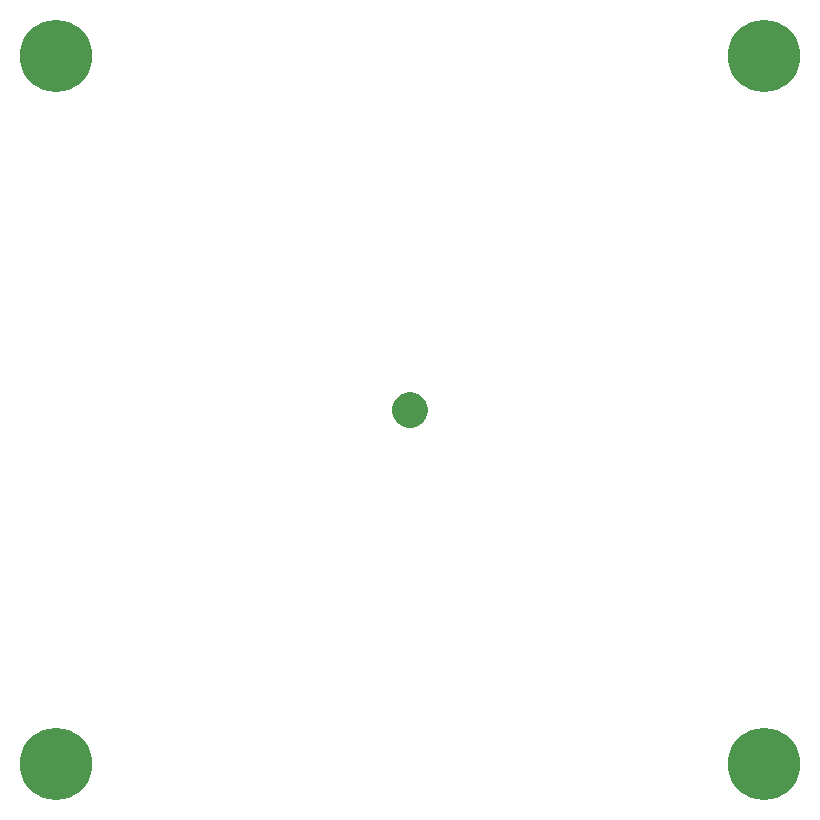
<source format=gbs>
G04*
G04 #@! TF.GenerationSoftware,Altium Limited,Altium Designer,22.4.2 (48)*
G04*
G04 Layer_Color=16711935*
%FSLAX25Y25*%
%MOIN*%
G70*
G04*
G04 #@! TF.SameCoordinates,8AB4A971-0839-457E-B64D-4FD5DF5DD75B*
G04*
G04*
G04 #@! TF.FilePolarity,Negative*
G04*
G01*
G75*
%ADD49C,0.24122*%
%ADD55C,0.00394*%
G36*
X1689Y5712D02*
X2764Y5267D01*
X3731Y4621D01*
X4554Y3798D01*
X5200Y2831D01*
X5645Y1756D01*
X5872Y615D01*
Y33D01*
Y-548D01*
X5645Y-1689D01*
X5200Y-2764D01*
X4554Y-3731D01*
X3731Y-4554D01*
X2764Y-5200D01*
X1689Y-5645D01*
X548Y-5872D01*
X-615D01*
X-1756Y-5645D01*
X-2831Y-5200D01*
X-3798Y-4554D01*
X-4621Y-3731D01*
X-5267Y-2764D01*
X-5712Y-1689D01*
X-5939Y-548D01*
Y33D01*
Y615D01*
X-5712Y1756D01*
X-5267Y2831D01*
X-4621Y3798D01*
X-3798Y4621D01*
X-2831Y5267D01*
X-1756Y5712D01*
X-615Y5939D01*
X548D01*
X1689Y5712D01*
D02*
G37*
D49*
X-118144Y-118077D02*
D03*
X118077D02*
D03*
Y118144D02*
D03*
X-118144D02*
D03*
D55*
X-33Y33D02*
D03*
M02*

</source>
